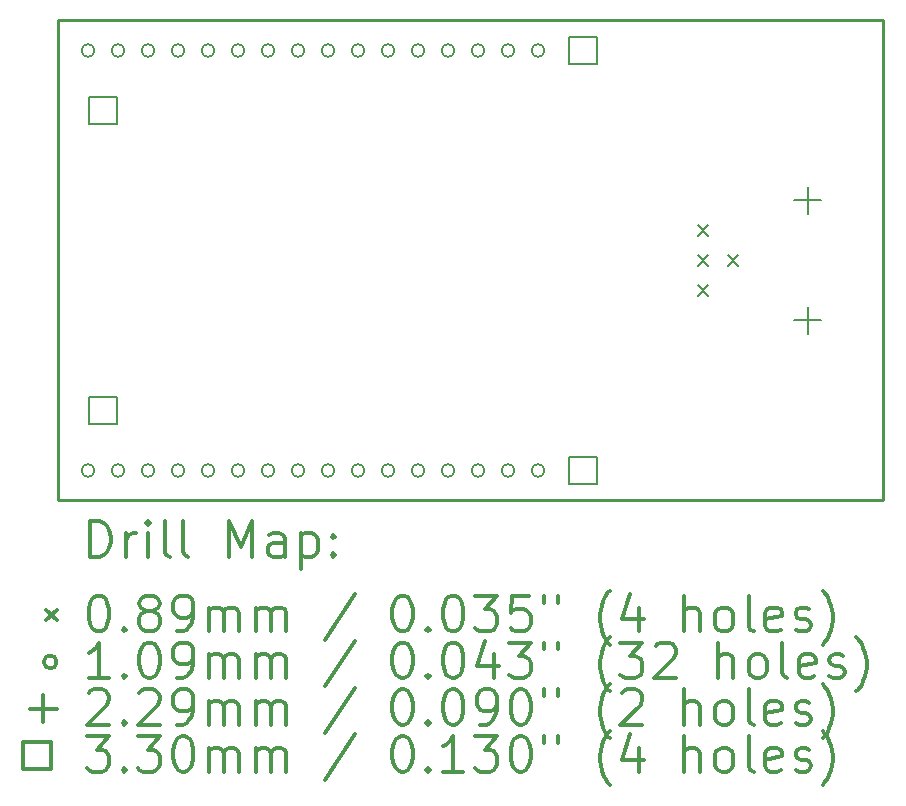
<source format=gbr>
%FSLAX45Y45*%
G04 Gerber Fmt 4.5, Leading zero omitted, Abs format (unit mm)*
G04 Created by KiCad (PCBNEW 5.1.7-a382d34a8~87~ubuntu20.04.1) date 2020-10-29 11:39:46*
%MOMM*%
%LPD*%
G01*
G04 APERTURE LIST*
%TA.AperFunction,Profile*%
%ADD10C,0.228600*%
%TD*%
%ADD11C,0.200000*%
%ADD12C,0.300000*%
G04 APERTURE END LIST*
D10*
X15557500Y-6858000D02*
X8572500Y-6858000D01*
X15557500Y-10922000D02*
X15557500Y-6858000D01*
X8572500Y-10922000D02*
X15557500Y-10922000D01*
X8572500Y-6858000D02*
X8572500Y-10922000D01*
D11*
X13989050Y-8591550D02*
X14077950Y-8680450D01*
X14077950Y-8591550D02*
X13989050Y-8680450D01*
X13989050Y-8845550D02*
X14077950Y-8934450D01*
X14077950Y-8845550D02*
X13989050Y-8934450D01*
X13989050Y-9099550D02*
X14077950Y-9188450D01*
X14077950Y-9099550D02*
X13989050Y-9188450D01*
X14243050Y-8845550D02*
X14331950Y-8934450D01*
X14331950Y-8845550D02*
X14243050Y-8934450D01*
X8881110Y-7112000D02*
G75*
G03*
X8881110Y-7112000I-54610J0D01*
G01*
X8881110Y-10668000D02*
G75*
G03*
X8881110Y-10668000I-54610J0D01*
G01*
X9135110Y-7112000D02*
G75*
G03*
X9135110Y-7112000I-54610J0D01*
G01*
X9135110Y-10668000D02*
G75*
G03*
X9135110Y-10668000I-54610J0D01*
G01*
X9389110Y-7112000D02*
G75*
G03*
X9389110Y-7112000I-54610J0D01*
G01*
X9389110Y-10668000D02*
G75*
G03*
X9389110Y-10668000I-54610J0D01*
G01*
X9643110Y-7112000D02*
G75*
G03*
X9643110Y-7112000I-54610J0D01*
G01*
X9643110Y-10668000D02*
G75*
G03*
X9643110Y-10668000I-54610J0D01*
G01*
X9897110Y-7112000D02*
G75*
G03*
X9897110Y-7112000I-54610J0D01*
G01*
X9897110Y-10668000D02*
G75*
G03*
X9897110Y-10668000I-54610J0D01*
G01*
X10151110Y-7112000D02*
G75*
G03*
X10151110Y-7112000I-54610J0D01*
G01*
X10151110Y-10668000D02*
G75*
G03*
X10151110Y-10668000I-54610J0D01*
G01*
X10405110Y-7112000D02*
G75*
G03*
X10405110Y-7112000I-54610J0D01*
G01*
X10405110Y-10668000D02*
G75*
G03*
X10405110Y-10668000I-54610J0D01*
G01*
X10659110Y-7112000D02*
G75*
G03*
X10659110Y-7112000I-54610J0D01*
G01*
X10659110Y-10668000D02*
G75*
G03*
X10659110Y-10668000I-54610J0D01*
G01*
X10913110Y-7112000D02*
G75*
G03*
X10913110Y-7112000I-54610J0D01*
G01*
X10913110Y-10668000D02*
G75*
G03*
X10913110Y-10668000I-54610J0D01*
G01*
X11167110Y-7112000D02*
G75*
G03*
X11167110Y-7112000I-54610J0D01*
G01*
X11167110Y-10668000D02*
G75*
G03*
X11167110Y-10668000I-54610J0D01*
G01*
X11421110Y-7112000D02*
G75*
G03*
X11421110Y-7112000I-54610J0D01*
G01*
X11421110Y-10668000D02*
G75*
G03*
X11421110Y-10668000I-54610J0D01*
G01*
X11675110Y-7112000D02*
G75*
G03*
X11675110Y-7112000I-54610J0D01*
G01*
X11675110Y-10668000D02*
G75*
G03*
X11675110Y-10668000I-54610J0D01*
G01*
X11929110Y-7112000D02*
G75*
G03*
X11929110Y-7112000I-54610J0D01*
G01*
X11929110Y-10668000D02*
G75*
G03*
X11929110Y-10668000I-54610J0D01*
G01*
X12183110Y-7112000D02*
G75*
G03*
X12183110Y-7112000I-54610J0D01*
G01*
X12183110Y-10668000D02*
G75*
G03*
X12183110Y-10668000I-54610J0D01*
G01*
X12437110Y-7112000D02*
G75*
G03*
X12437110Y-7112000I-54610J0D01*
G01*
X12437110Y-10668000D02*
G75*
G03*
X12437110Y-10668000I-54610J0D01*
G01*
X12691110Y-7112000D02*
G75*
G03*
X12691110Y-7112000I-54610J0D01*
G01*
X12691110Y-10668000D02*
G75*
G03*
X12691110Y-10668000I-54610J0D01*
G01*
X14922500Y-8267700D02*
X14922500Y-8496300D01*
X14808200Y-8382000D02*
X15036800Y-8382000D01*
X14922500Y-9283700D02*
X14922500Y-9512300D01*
X14808200Y-9398000D02*
X15036800Y-9398000D01*
X9070244Y-7736744D02*
X9070244Y-7503256D01*
X8836756Y-7503256D01*
X8836756Y-7736744D01*
X9070244Y-7736744D01*
X9070244Y-10276744D02*
X9070244Y-10043256D01*
X8836756Y-10043256D01*
X8836756Y-10276744D01*
X9070244Y-10276744D01*
X13134244Y-7228744D02*
X13134244Y-6995256D01*
X12900756Y-6995256D01*
X12900756Y-7228744D01*
X13134244Y-7228744D01*
X13134244Y-10784744D02*
X13134244Y-10551256D01*
X12900756Y-10551256D01*
X12900756Y-10784744D01*
X13134244Y-10784744D01*
D12*
X8847498Y-11399144D02*
X8847498Y-11099144D01*
X8918927Y-11099144D01*
X8961784Y-11113430D01*
X8990356Y-11142002D01*
X9004641Y-11170573D01*
X9018927Y-11227716D01*
X9018927Y-11270573D01*
X9004641Y-11327716D01*
X8990356Y-11356287D01*
X8961784Y-11384859D01*
X8918927Y-11399144D01*
X8847498Y-11399144D01*
X9147498Y-11399144D02*
X9147498Y-11199144D01*
X9147498Y-11256287D02*
X9161784Y-11227716D01*
X9176070Y-11213430D01*
X9204641Y-11199144D01*
X9233213Y-11199144D01*
X9333213Y-11399144D02*
X9333213Y-11199144D01*
X9333213Y-11099144D02*
X9318927Y-11113430D01*
X9333213Y-11127716D01*
X9347498Y-11113430D01*
X9333213Y-11099144D01*
X9333213Y-11127716D01*
X9518927Y-11399144D02*
X9490356Y-11384859D01*
X9476070Y-11356287D01*
X9476070Y-11099144D01*
X9676070Y-11399144D02*
X9647498Y-11384859D01*
X9633213Y-11356287D01*
X9633213Y-11099144D01*
X10018927Y-11399144D02*
X10018927Y-11099144D01*
X10118927Y-11313430D01*
X10218927Y-11099144D01*
X10218927Y-11399144D01*
X10490356Y-11399144D02*
X10490356Y-11242001D01*
X10476070Y-11213430D01*
X10447498Y-11199144D01*
X10390356Y-11199144D01*
X10361784Y-11213430D01*
X10490356Y-11384859D02*
X10461784Y-11399144D01*
X10390356Y-11399144D01*
X10361784Y-11384859D01*
X10347498Y-11356287D01*
X10347498Y-11327716D01*
X10361784Y-11299144D01*
X10390356Y-11284859D01*
X10461784Y-11284859D01*
X10490356Y-11270573D01*
X10633213Y-11199144D02*
X10633213Y-11499144D01*
X10633213Y-11213430D02*
X10661784Y-11199144D01*
X10718927Y-11199144D01*
X10747498Y-11213430D01*
X10761784Y-11227716D01*
X10776070Y-11256287D01*
X10776070Y-11342001D01*
X10761784Y-11370573D01*
X10747498Y-11384859D01*
X10718927Y-11399144D01*
X10661784Y-11399144D01*
X10633213Y-11384859D01*
X10904641Y-11370573D02*
X10918927Y-11384859D01*
X10904641Y-11399144D01*
X10890356Y-11384859D01*
X10904641Y-11370573D01*
X10904641Y-11399144D01*
X10904641Y-11213430D02*
X10918927Y-11227716D01*
X10904641Y-11242001D01*
X10890356Y-11227716D01*
X10904641Y-11213430D01*
X10904641Y-11242001D01*
X8472170Y-11848980D02*
X8561070Y-11937880D01*
X8561070Y-11848980D02*
X8472170Y-11937880D01*
X8904641Y-11729144D02*
X8933213Y-11729144D01*
X8961784Y-11743430D01*
X8976070Y-11757716D01*
X8990356Y-11786287D01*
X9004641Y-11843430D01*
X9004641Y-11914859D01*
X8990356Y-11972001D01*
X8976070Y-12000573D01*
X8961784Y-12014859D01*
X8933213Y-12029144D01*
X8904641Y-12029144D01*
X8876070Y-12014859D01*
X8861784Y-12000573D01*
X8847498Y-11972001D01*
X8833213Y-11914859D01*
X8833213Y-11843430D01*
X8847498Y-11786287D01*
X8861784Y-11757716D01*
X8876070Y-11743430D01*
X8904641Y-11729144D01*
X9133213Y-12000573D02*
X9147498Y-12014859D01*
X9133213Y-12029144D01*
X9118927Y-12014859D01*
X9133213Y-12000573D01*
X9133213Y-12029144D01*
X9318927Y-11857716D02*
X9290356Y-11843430D01*
X9276070Y-11829144D01*
X9261784Y-11800573D01*
X9261784Y-11786287D01*
X9276070Y-11757716D01*
X9290356Y-11743430D01*
X9318927Y-11729144D01*
X9376070Y-11729144D01*
X9404641Y-11743430D01*
X9418927Y-11757716D01*
X9433213Y-11786287D01*
X9433213Y-11800573D01*
X9418927Y-11829144D01*
X9404641Y-11843430D01*
X9376070Y-11857716D01*
X9318927Y-11857716D01*
X9290356Y-11872001D01*
X9276070Y-11886287D01*
X9261784Y-11914859D01*
X9261784Y-11972001D01*
X9276070Y-12000573D01*
X9290356Y-12014859D01*
X9318927Y-12029144D01*
X9376070Y-12029144D01*
X9404641Y-12014859D01*
X9418927Y-12000573D01*
X9433213Y-11972001D01*
X9433213Y-11914859D01*
X9418927Y-11886287D01*
X9404641Y-11872001D01*
X9376070Y-11857716D01*
X9576070Y-12029144D02*
X9633213Y-12029144D01*
X9661784Y-12014859D01*
X9676070Y-12000573D01*
X9704641Y-11957716D01*
X9718927Y-11900573D01*
X9718927Y-11786287D01*
X9704641Y-11757716D01*
X9690356Y-11743430D01*
X9661784Y-11729144D01*
X9604641Y-11729144D01*
X9576070Y-11743430D01*
X9561784Y-11757716D01*
X9547498Y-11786287D01*
X9547498Y-11857716D01*
X9561784Y-11886287D01*
X9576070Y-11900573D01*
X9604641Y-11914859D01*
X9661784Y-11914859D01*
X9690356Y-11900573D01*
X9704641Y-11886287D01*
X9718927Y-11857716D01*
X9847498Y-12029144D02*
X9847498Y-11829144D01*
X9847498Y-11857716D02*
X9861784Y-11843430D01*
X9890356Y-11829144D01*
X9933213Y-11829144D01*
X9961784Y-11843430D01*
X9976070Y-11872001D01*
X9976070Y-12029144D01*
X9976070Y-11872001D02*
X9990356Y-11843430D01*
X10018927Y-11829144D01*
X10061784Y-11829144D01*
X10090356Y-11843430D01*
X10104641Y-11872001D01*
X10104641Y-12029144D01*
X10247498Y-12029144D02*
X10247498Y-11829144D01*
X10247498Y-11857716D02*
X10261784Y-11843430D01*
X10290356Y-11829144D01*
X10333213Y-11829144D01*
X10361784Y-11843430D01*
X10376070Y-11872001D01*
X10376070Y-12029144D01*
X10376070Y-11872001D02*
X10390356Y-11843430D01*
X10418927Y-11829144D01*
X10461784Y-11829144D01*
X10490356Y-11843430D01*
X10504641Y-11872001D01*
X10504641Y-12029144D01*
X11090356Y-11714859D02*
X10833213Y-12100573D01*
X11476070Y-11729144D02*
X11504641Y-11729144D01*
X11533213Y-11743430D01*
X11547498Y-11757716D01*
X11561784Y-11786287D01*
X11576070Y-11843430D01*
X11576070Y-11914859D01*
X11561784Y-11972001D01*
X11547498Y-12000573D01*
X11533213Y-12014859D01*
X11504641Y-12029144D01*
X11476070Y-12029144D01*
X11447498Y-12014859D01*
X11433213Y-12000573D01*
X11418927Y-11972001D01*
X11404641Y-11914859D01*
X11404641Y-11843430D01*
X11418927Y-11786287D01*
X11433213Y-11757716D01*
X11447498Y-11743430D01*
X11476070Y-11729144D01*
X11704641Y-12000573D02*
X11718927Y-12014859D01*
X11704641Y-12029144D01*
X11690356Y-12014859D01*
X11704641Y-12000573D01*
X11704641Y-12029144D01*
X11904641Y-11729144D02*
X11933213Y-11729144D01*
X11961784Y-11743430D01*
X11976070Y-11757716D01*
X11990356Y-11786287D01*
X12004641Y-11843430D01*
X12004641Y-11914859D01*
X11990356Y-11972001D01*
X11976070Y-12000573D01*
X11961784Y-12014859D01*
X11933213Y-12029144D01*
X11904641Y-12029144D01*
X11876070Y-12014859D01*
X11861784Y-12000573D01*
X11847498Y-11972001D01*
X11833213Y-11914859D01*
X11833213Y-11843430D01*
X11847498Y-11786287D01*
X11861784Y-11757716D01*
X11876070Y-11743430D01*
X11904641Y-11729144D01*
X12104641Y-11729144D02*
X12290356Y-11729144D01*
X12190356Y-11843430D01*
X12233213Y-11843430D01*
X12261784Y-11857716D01*
X12276070Y-11872001D01*
X12290356Y-11900573D01*
X12290356Y-11972001D01*
X12276070Y-12000573D01*
X12261784Y-12014859D01*
X12233213Y-12029144D01*
X12147498Y-12029144D01*
X12118927Y-12014859D01*
X12104641Y-12000573D01*
X12561784Y-11729144D02*
X12418927Y-11729144D01*
X12404641Y-11872001D01*
X12418927Y-11857716D01*
X12447498Y-11843430D01*
X12518927Y-11843430D01*
X12547498Y-11857716D01*
X12561784Y-11872001D01*
X12576070Y-11900573D01*
X12576070Y-11972001D01*
X12561784Y-12000573D01*
X12547498Y-12014859D01*
X12518927Y-12029144D01*
X12447498Y-12029144D01*
X12418927Y-12014859D01*
X12404641Y-12000573D01*
X12690356Y-11729144D02*
X12690356Y-11786287D01*
X12804641Y-11729144D02*
X12804641Y-11786287D01*
X13247498Y-12143430D02*
X13233213Y-12129144D01*
X13204641Y-12086287D01*
X13190356Y-12057716D01*
X13176070Y-12014859D01*
X13161784Y-11943430D01*
X13161784Y-11886287D01*
X13176070Y-11814859D01*
X13190356Y-11772001D01*
X13204641Y-11743430D01*
X13233213Y-11700573D01*
X13247498Y-11686287D01*
X13490356Y-11829144D02*
X13490356Y-12029144D01*
X13418927Y-11714859D02*
X13347498Y-11929144D01*
X13533213Y-11929144D01*
X13876070Y-12029144D02*
X13876070Y-11729144D01*
X14004641Y-12029144D02*
X14004641Y-11872001D01*
X13990356Y-11843430D01*
X13961784Y-11829144D01*
X13918927Y-11829144D01*
X13890356Y-11843430D01*
X13876070Y-11857716D01*
X14190356Y-12029144D02*
X14161784Y-12014859D01*
X14147498Y-12000573D01*
X14133213Y-11972001D01*
X14133213Y-11886287D01*
X14147498Y-11857716D01*
X14161784Y-11843430D01*
X14190356Y-11829144D01*
X14233213Y-11829144D01*
X14261784Y-11843430D01*
X14276070Y-11857716D01*
X14290356Y-11886287D01*
X14290356Y-11972001D01*
X14276070Y-12000573D01*
X14261784Y-12014859D01*
X14233213Y-12029144D01*
X14190356Y-12029144D01*
X14461784Y-12029144D02*
X14433213Y-12014859D01*
X14418927Y-11986287D01*
X14418927Y-11729144D01*
X14690356Y-12014859D02*
X14661784Y-12029144D01*
X14604641Y-12029144D01*
X14576070Y-12014859D01*
X14561784Y-11986287D01*
X14561784Y-11872001D01*
X14576070Y-11843430D01*
X14604641Y-11829144D01*
X14661784Y-11829144D01*
X14690356Y-11843430D01*
X14704641Y-11872001D01*
X14704641Y-11900573D01*
X14561784Y-11929144D01*
X14818927Y-12014859D02*
X14847498Y-12029144D01*
X14904641Y-12029144D01*
X14933213Y-12014859D01*
X14947498Y-11986287D01*
X14947498Y-11972001D01*
X14933213Y-11943430D01*
X14904641Y-11929144D01*
X14861784Y-11929144D01*
X14833213Y-11914859D01*
X14818927Y-11886287D01*
X14818927Y-11872001D01*
X14833213Y-11843430D01*
X14861784Y-11829144D01*
X14904641Y-11829144D01*
X14933213Y-11843430D01*
X15047498Y-12143430D02*
X15061784Y-12129144D01*
X15090356Y-12086287D01*
X15104641Y-12057716D01*
X15118927Y-12014859D01*
X15133213Y-11943430D01*
X15133213Y-11886287D01*
X15118927Y-11814859D01*
X15104641Y-11772001D01*
X15090356Y-11743430D01*
X15061784Y-11700573D01*
X15047498Y-11686287D01*
X8561070Y-12289430D02*
G75*
G03*
X8561070Y-12289430I-54610J0D01*
G01*
X9004641Y-12425144D02*
X8833213Y-12425144D01*
X8918927Y-12425144D02*
X8918927Y-12125144D01*
X8890356Y-12168001D01*
X8861784Y-12196573D01*
X8833213Y-12210859D01*
X9133213Y-12396573D02*
X9147498Y-12410859D01*
X9133213Y-12425144D01*
X9118927Y-12410859D01*
X9133213Y-12396573D01*
X9133213Y-12425144D01*
X9333213Y-12125144D02*
X9361784Y-12125144D01*
X9390356Y-12139430D01*
X9404641Y-12153716D01*
X9418927Y-12182287D01*
X9433213Y-12239430D01*
X9433213Y-12310859D01*
X9418927Y-12368001D01*
X9404641Y-12396573D01*
X9390356Y-12410859D01*
X9361784Y-12425144D01*
X9333213Y-12425144D01*
X9304641Y-12410859D01*
X9290356Y-12396573D01*
X9276070Y-12368001D01*
X9261784Y-12310859D01*
X9261784Y-12239430D01*
X9276070Y-12182287D01*
X9290356Y-12153716D01*
X9304641Y-12139430D01*
X9333213Y-12125144D01*
X9576070Y-12425144D02*
X9633213Y-12425144D01*
X9661784Y-12410859D01*
X9676070Y-12396573D01*
X9704641Y-12353716D01*
X9718927Y-12296573D01*
X9718927Y-12182287D01*
X9704641Y-12153716D01*
X9690356Y-12139430D01*
X9661784Y-12125144D01*
X9604641Y-12125144D01*
X9576070Y-12139430D01*
X9561784Y-12153716D01*
X9547498Y-12182287D01*
X9547498Y-12253716D01*
X9561784Y-12282287D01*
X9576070Y-12296573D01*
X9604641Y-12310859D01*
X9661784Y-12310859D01*
X9690356Y-12296573D01*
X9704641Y-12282287D01*
X9718927Y-12253716D01*
X9847498Y-12425144D02*
X9847498Y-12225144D01*
X9847498Y-12253716D02*
X9861784Y-12239430D01*
X9890356Y-12225144D01*
X9933213Y-12225144D01*
X9961784Y-12239430D01*
X9976070Y-12268001D01*
X9976070Y-12425144D01*
X9976070Y-12268001D02*
X9990356Y-12239430D01*
X10018927Y-12225144D01*
X10061784Y-12225144D01*
X10090356Y-12239430D01*
X10104641Y-12268001D01*
X10104641Y-12425144D01*
X10247498Y-12425144D02*
X10247498Y-12225144D01*
X10247498Y-12253716D02*
X10261784Y-12239430D01*
X10290356Y-12225144D01*
X10333213Y-12225144D01*
X10361784Y-12239430D01*
X10376070Y-12268001D01*
X10376070Y-12425144D01*
X10376070Y-12268001D02*
X10390356Y-12239430D01*
X10418927Y-12225144D01*
X10461784Y-12225144D01*
X10490356Y-12239430D01*
X10504641Y-12268001D01*
X10504641Y-12425144D01*
X11090356Y-12110859D02*
X10833213Y-12496573D01*
X11476070Y-12125144D02*
X11504641Y-12125144D01*
X11533213Y-12139430D01*
X11547498Y-12153716D01*
X11561784Y-12182287D01*
X11576070Y-12239430D01*
X11576070Y-12310859D01*
X11561784Y-12368001D01*
X11547498Y-12396573D01*
X11533213Y-12410859D01*
X11504641Y-12425144D01*
X11476070Y-12425144D01*
X11447498Y-12410859D01*
X11433213Y-12396573D01*
X11418927Y-12368001D01*
X11404641Y-12310859D01*
X11404641Y-12239430D01*
X11418927Y-12182287D01*
X11433213Y-12153716D01*
X11447498Y-12139430D01*
X11476070Y-12125144D01*
X11704641Y-12396573D02*
X11718927Y-12410859D01*
X11704641Y-12425144D01*
X11690356Y-12410859D01*
X11704641Y-12396573D01*
X11704641Y-12425144D01*
X11904641Y-12125144D02*
X11933213Y-12125144D01*
X11961784Y-12139430D01*
X11976070Y-12153716D01*
X11990356Y-12182287D01*
X12004641Y-12239430D01*
X12004641Y-12310859D01*
X11990356Y-12368001D01*
X11976070Y-12396573D01*
X11961784Y-12410859D01*
X11933213Y-12425144D01*
X11904641Y-12425144D01*
X11876070Y-12410859D01*
X11861784Y-12396573D01*
X11847498Y-12368001D01*
X11833213Y-12310859D01*
X11833213Y-12239430D01*
X11847498Y-12182287D01*
X11861784Y-12153716D01*
X11876070Y-12139430D01*
X11904641Y-12125144D01*
X12261784Y-12225144D02*
X12261784Y-12425144D01*
X12190356Y-12110859D02*
X12118927Y-12325144D01*
X12304641Y-12325144D01*
X12390356Y-12125144D02*
X12576070Y-12125144D01*
X12476070Y-12239430D01*
X12518927Y-12239430D01*
X12547498Y-12253716D01*
X12561784Y-12268001D01*
X12576070Y-12296573D01*
X12576070Y-12368001D01*
X12561784Y-12396573D01*
X12547498Y-12410859D01*
X12518927Y-12425144D01*
X12433213Y-12425144D01*
X12404641Y-12410859D01*
X12390356Y-12396573D01*
X12690356Y-12125144D02*
X12690356Y-12182287D01*
X12804641Y-12125144D02*
X12804641Y-12182287D01*
X13247498Y-12539430D02*
X13233213Y-12525144D01*
X13204641Y-12482287D01*
X13190356Y-12453716D01*
X13176070Y-12410859D01*
X13161784Y-12339430D01*
X13161784Y-12282287D01*
X13176070Y-12210859D01*
X13190356Y-12168001D01*
X13204641Y-12139430D01*
X13233213Y-12096573D01*
X13247498Y-12082287D01*
X13333213Y-12125144D02*
X13518927Y-12125144D01*
X13418927Y-12239430D01*
X13461784Y-12239430D01*
X13490356Y-12253716D01*
X13504641Y-12268001D01*
X13518927Y-12296573D01*
X13518927Y-12368001D01*
X13504641Y-12396573D01*
X13490356Y-12410859D01*
X13461784Y-12425144D01*
X13376070Y-12425144D01*
X13347498Y-12410859D01*
X13333213Y-12396573D01*
X13633213Y-12153716D02*
X13647498Y-12139430D01*
X13676070Y-12125144D01*
X13747498Y-12125144D01*
X13776070Y-12139430D01*
X13790356Y-12153716D01*
X13804641Y-12182287D01*
X13804641Y-12210859D01*
X13790356Y-12253716D01*
X13618927Y-12425144D01*
X13804641Y-12425144D01*
X14161784Y-12425144D02*
X14161784Y-12125144D01*
X14290356Y-12425144D02*
X14290356Y-12268001D01*
X14276070Y-12239430D01*
X14247498Y-12225144D01*
X14204641Y-12225144D01*
X14176070Y-12239430D01*
X14161784Y-12253716D01*
X14476070Y-12425144D02*
X14447498Y-12410859D01*
X14433213Y-12396573D01*
X14418927Y-12368001D01*
X14418927Y-12282287D01*
X14433213Y-12253716D01*
X14447498Y-12239430D01*
X14476070Y-12225144D01*
X14518927Y-12225144D01*
X14547498Y-12239430D01*
X14561784Y-12253716D01*
X14576070Y-12282287D01*
X14576070Y-12368001D01*
X14561784Y-12396573D01*
X14547498Y-12410859D01*
X14518927Y-12425144D01*
X14476070Y-12425144D01*
X14747498Y-12425144D02*
X14718927Y-12410859D01*
X14704641Y-12382287D01*
X14704641Y-12125144D01*
X14976070Y-12410859D02*
X14947498Y-12425144D01*
X14890356Y-12425144D01*
X14861784Y-12410859D01*
X14847498Y-12382287D01*
X14847498Y-12268001D01*
X14861784Y-12239430D01*
X14890356Y-12225144D01*
X14947498Y-12225144D01*
X14976070Y-12239430D01*
X14990356Y-12268001D01*
X14990356Y-12296573D01*
X14847498Y-12325144D01*
X15104641Y-12410859D02*
X15133213Y-12425144D01*
X15190356Y-12425144D01*
X15218927Y-12410859D01*
X15233213Y-12382287D01*
X15233213Y-12368001D01*
X15218927Y-12339430D01*
X15190356Y-12325144D01*
X15147498Y-12325144D01*
X15118927Y-12310859D01*
X15104641Y-12282287D01*
X15104641Y-12268001D01*
X15118927Y-12239430D01*
X15147498Y-12225144D01*
X15190356Y-12225144D01*
X15218927Y-12239430D01*
X15333213Y-12539430D02*
X15347498Y-12525144D01*
X15376070Y-12482287D01*
X15390356Y-12453716D01*
X15404641Y-12410859D01*
X15418927Y-12339430D01*
X15418927Y-12282287D01*
X15404641Y-12210859D01*
X15390356Y-12168001D01*
X15376070Y-12139430D01*
X15347498Y-12096573D01*
X15333213Y-12082287D01*
X8446770Y-12571130D02*
X8446770Y-12799730D01*
X8332470Y-12685430D02*
X8561070Y-12685430D01*
X8833213Y-12549716D02*
X8847498Y-12535430D01*
X8876070Y-12521144D01*
X8947498Y-12521144D01*
X8976070Y-12535430D01*
X8990356Y-12549716D01*
X9004641Y-12578287D01*
X9004641Y-12606859D01*
X8990356Y-12649716D01*
X8818927Y-12821144D01*
X9004641Y-12821144D01*
X9133213Y-12792573D02*
X9147498Y-12806859D01*
X9133213Y-12821144D01*
X9118927Y-12806859D01*
X9133213Y-12792573D01*
X9133213Y-12821144D01*
X9261784Y-12549716D02*
X9276070Y-12535430D01*
X9304641Y-12521144D01*
X9376070Y-12521144D01*
X9404641Y-12535430D01*
X9418927Y-12549716D01*
X9433213Y-12578287D01*
X9433213Y-12606859D01*
X9418927Y-12649716D01*
X9247498Y-12821144D01*
X9433213Y-12821144D01*
X9576070Y-12821144D02*
X9633213Y-12821144D01*
X9661784Y-12806859D01*
X9676070Y-12792573D01*
X9704641Y-12749716D01*
X9718927Y-12692573D01*
X9718927Y-12578287D01*
X9704641Y-12549716D01*
X9690356Y-12535430D01*
X9661784Y-12521144D01*
X9604641Y-12521144D01*
X9576070Y-12535430D01*
X9561784Y-12549716D01*
X9547498Y-12578287D01*
X9547498Y-12649716D01*
X9561784Y-12678287D01*
X9576070Y-12692573D01*
X9604641Y-12706859D01*
X9661784Y-12706859D01*
X9690356Y-12692573D01*
X9704641Y-12678287D01*
X9718927Y-12649716D01*
X9847498Y-12821144D02*
X9847498Y-12621144D01*
X9847498Y-12649716D02*
X9861784Y-12635430D01*
X9890356Y-12621144D01*
X9933213Y-12621144D01*
X9961784Y-12635430D01*
X9976070Y-12664001D01*
X9976070Y-12821144D01*
X9976070Y-12664001D02*
X9990356Y-12635430D01*
X10018927Y-12621144D01*
X10061784Y-12621144D01*
X10090356Y-12635430D01*
X10104641Y-12664001D01*
X10104641Y-12821144D01*
X10247498Y-12821144D02*
X10247498Y-12621144D01*
X10247498Y-12649716D02*
X10261784Y-12635430D01*
X10290356Y-12621144D01*
X10333213Y-12621144D01*
X10361784Y-12635430D01*
X10376070Y-12664001D01*
X10376070Y-12821144D01*
X10376070Y-12664001D02*
X10390356Y-12635430D01*
X10418927Y-12621144D01*
X10461784Y-12621144D01*
X10490356Y-12635430D01*
X10504641Y-12664001D01*
X10504641Y-12821144D01*
X11090356Y-12506859D02*
X10833213Y-12892573D01*
X11476070Y-12521144D02*
X11504641Y-12521144D01*
X11533213Y-12535430D01*
X11547498Y-12549716D01*
X11561784Y-12578287D01*
X11576070Y-12635430D01*
X11576070Y-12706859D01*
X11561784Y-12764001D01*
X11547498Y-12792573D01*
X11533213Y-12806859D01*
X11504641Y-12821144D01*
X11476070Y-12821144D01*
X11447498Y-12806859D01*
X11433213Y-12792573D01*
X11418927Y-12764001D01*
X11404641Y-12706859D01*
X11404641Y-12635430D01*
X11418927Y-12578287D01*
X11433213Y-12549716D01*
X11447498Y-12535430D01*
X11476070Y-12521144D01*
X11704641Y-12792573D02*
X11718927Y-12806859D01*
X11704641Y-12821144D01*
X11690356Y-12806859D01*
X11704641Y-12792573D01*
X11704641Y-12821144D01*
X11904641Y-12521144D02*
X11933213Y-12521144D01*
X11961784Y-12535430D01*
X11976070Y-12549716D01*
X11990356Y-12578287D01*
X12004641Y-12635430D01*
X12004641Y-12706859D01*
X11990356Y-12764001D01*
X11976070Y-12792573D01*
X11961784Y-12806859D01*
X11933213Y-12821144D01*
X11904641Y-12821144D01*
X11876070Y-12806859D01*
X11861784Y-12792573D01*
X11847498Y-12764001D01*
X11833213Y-12706859D01*
X11833213Y-12635430D01*
X11847498Y-12578287D01*
X11861784Y-12549716D01*
X11876070Y-12535430D01*
X11904641Y-12521144D01*
X12147498Y-12821144D02*
X12204641Y-12821144D01*
X12233213Y-12806859D01*
X12247498Y-12792573D01*
X12276070Y-12749716D01*
X12290356Y-12692573D01*
X12290356Y-12578287D01*
X12276070Y-12549716D01*
X12261784Y-12535430D01*
X12233213Y-12521144D01*
X12176070Y-12521144D01*
X12147498Y-12535430D01*
X12133213Y-12549716D01*
X12118927Y-12578287D01*
X12118927Y-12649716D01*
X12133213Y-12678287D01*
X12147498Y-12692573D01*
X12176070Y-12706859D01*
X12233213Y-12706859D01*
X12261784Y-12692573D01*
X12276070Y-12678287D01*
X12290356Y-12649716D01*
X12476070Y-12521144D02*
X12504641Y-12521144D01*
X12533213Y-12535430D01*
X12547498Y-12549716D01*
X12561784Y-12578287D01*
X12576070Y-12635430D01*
X12576070Y-12706859D01*
X12561784Y-12764001D01*
X12547498Y-12792573D01*
X12533213Y-12806859D01*
X12504641Y-12821144D01*
X12476070Y-12821144D01*
X12447498Y-12806859D01*
X12433213Y-12792573D01*
X12418927Y-12764001D01*
X12404641Y-12706859D01*
X12404641Y-12635430D01*
X12418927Y-12578287D01*
X12433213Y-12549716D01*
X12447498Y-12535430D01*
X12476070Y-12521144D01*
X12690356Y-12521144D02*
X12690356Y-12578287D01*
X12804641Y-12521144D02*
X12804641Y-12578287D01*
X13247498Y-12935430D02*
X13233213Y-12921144D01*
X13204641Y-12878287D01*
X13190356Y-12849716D01*
X13176070Y-12806859D01*
X13161784Y-12735430D01*
X13161784Y-12678287D01*
X13176070Y-12606859D01*
X13190356Y-12564001D01*
X13204641Y-12535430D01*
X13233213Y-12492573D01*
X13247498Y-12478287D01*
X13347498Y-12549716D02*
X13361784Y-12535430D01*
X13390356Y-12521144D01*
X13461784Y-12521144D01*
X13490356Y-12535430D01*
X13504641Y-12549716D01*
X13518927Y-12578287D01*
X13518927Y-12606859D01*
X13504641Y-12649716D01*
X13333213Y-12821144D01*
X13518927Y-12821144D01*
X13876070Y-12821144D02*
X13876070Y-12521144D01*
X14004641Y-12821144D02*
X14004641Y-12664001D01*
X13990356Y-12635430D01*
X13961784Y-12621144D01*
X13918927Y-12621144D01*
X13890356Y-12635430D01*
X13876070Y-12649716D01*
X14190356Y-12821144D02*
X14161784Y-12806859D01*
X14147498Y-12792573D01*
X14133213Y-12764001D01*
X14133213Y-12678287D01*
X14147498Y-12649716D01*
X14161784Y-12635430D01*
X14190356Y-12621144D01*
X14233213Y-12621144D01*
X14261784Y-12635430D01*
X14276070Y-12649716D01*
X14290356Y-12678287D01*
X14290356Y-12764001D01*
X14276070Y-12792573D01*
X14261784Y-12806859D01*
X14233213Y-12821144D01*
X14190356Y-12821144D01*
X14461784Y-12821144D02*
X14433213Y-12806859D01*
X14418927Y-12778287D01*
X14418927Y-12521144D01*
X14690356Y-12806859D02*
X14661784Y-12821144D01*
X14604641Y-12821144D01*
X14576070Y-12806859D01*
X14561784Y-12778287D01*
X14561784Y-12664001D01*
X14576070Y-12635430D01*
X14604641Y-12621144D01*
X14661784Y-12621144D01*
X14690356Y-12635430D01*
X14704641Y-12664001D01*
X14704641Y-12692573D01*
X14561784Y-12721144D01*
X14818927Y-12806859D02*
X14847498Y-12821144D01*
X14904641Y-12821144D01*
X14933213Y-12806859D01*
X14947498Y-12778287D01*
X14947498Y-12764001D01*
X14933213Y-12735430D01*
X14904641Y-12721144D01*
X14861784Y-12721144D01*
X14833213Y-12706859D01*
X14818927Y-12678287D01*
X14818927Y-12664001D01*
X14833213Y-12635430D01*
X14861784Y-12621144D01*
X14904641Y-12621144D01*
X14933213Y-12635430D01*
X15047498Y-12935430D02*
X15061784Y-12921144D01*
X15090356Y-12878287D01*
X15104641Y-12849716D01*
X15118927Y-12806859D01*
X15133213Y-12735430D01*
X15133213Y-12678287D01*
X15118927Y-12606859D01*
X15104641Y-12564001D01*
X15090356Y-12535430D01*
X15061784Y-12492573D01*
X15047498Y-12478287D01*
X8512714Y-13198174D02*
X8512714Y-12964686D01*
X8279225Y-12964686D01*
X8279225Y-13198174D01*
X8512714Y-13198174D01*
X8818927Y-12917144D02*
X9004641Y-12917144D01*
X8904641Y-13031430D01*
X8947498Y-13031430D01*
X8976070Y-13045716D01*
X8990356Y-13060001D01*
X9004641Y-13088573D01*
X9004641Y-13160001D01*
X8990356Y-13188573D01*
X8976070Y-13202859D01*
X8947498Y-13217144D01*
X8861784Y-13217144D01*
X8833213Y-13202859D01*
X8818927Y-13188573D01*
X9133213Y-13188573D02*
X9147498Y-13202859D01*
X9133213Y-13217144D01*
X9118927Y-13202859D01*
X9133213Y-13188573D01*
X9133213Y-13217144D01*
X9247498Y-12917144D02*
X9433213Y-12917144D01*
X9333213Y-13031430D01*
X9376070Y-13031430D01*
X9404641Y-13045716D01*
X9418927Y-13060001D01*
X9433213Y-13088573D01*
X9433213Y-13160001D01*
X9418927Y-13188573D01*
X9404641Y-13202859D01*
X9376070Y-13217144D01*
X9290356Y-13217144D01*
X9261784Y-13202859D01*
X9247498Y-13188573D01*
X9618927Y-12917144D02*
X9647498Y-12917144D01*
X9676070Y-12931430D01*
X9690356Y-12945716D01*
X9704641Y-12974287D01*
X9718927Y-13031430D01*
X9718927Y-13102859D01*
X9704641Y-13160001D01*
X9690356Y-13188573D01*
X9676070Y-13202859D01*
X9647498Y-13217144D01*
X9618927Y-13217144D01*
X9590356Y-13202859D01*
X9576070Y-13188573D01*
X9561784Y-13160001D01*
X9547498Y-13102859D01*
X9547498Y-13031430D01*
X9561784Y-12974287D01*
X9576070Y-12945716D01*
X9590356Y-12931430D01*
X9618927Y-12917144D01*
X9847498Y-13217144D02*
X9847498Y-13017144D01*
X9847498Y-13045716D02*
X9861784Y-13031430D01*
X9890356Y-13017144D01*
X9933213Y-13017144D01*
X9961784Y-13031430D01*
X9976070Y-13060001D01*
X9976070Y-13217144D01*
X9976070Y-13060001D02*
X9990356Y-13031430D01*
X10018927Y-13017144D01*
X10061784Y-13017144D01*
X10090356Y-13031430D01*
X10104641Y-13060001D01*
X10104641Y-13217144D01*
X10247498Y-13217144D02*
X10247498Y-13017144D01*
X10247498Y-13045716D02*
X10261784Y-13031430D01*
X10290356Y-13017144D01*
X10333213Y-13017144D01*
X10361784Y-13031430D01*
X10376070Y-13060001D01*
X10376070Y-13217144D01*
X10376070Y-13060001D02*
X10390356Y-13031430D01*
X10418927Y-13017144D01*
X10461784Y-13017144D01*
X10490356Y-13031430D01*
X10504641Y-13060001D01*
X10504641Y-13217144D01*
X11090356Y-12902859D02*
X10833213Y-13288573D01*
X11476070Y-12917144D02*
X11504641Y-12917144D01*
X11533213Y-12931430D01*
X11547498Y-12945716D01*
X11561784Y-12974287D01*
X11576070Y-13031430D01*
X11576070Y-13102859D01*
X11561784Y-13160001D01*
X11547498Y-13188573D01*
X11533213Y-13202859D01*
X11504641Y-13217144D01*
X11476070Y-13217144D01*
X11447498Y-13202859D01*
X11433213Y-13188573D01*
X11418927Y-13160001D01*
X11404641Y-13102859D01*
X11404641Y-13031430D01*
X11418927Y-12974287D01*
X11433213Y-12945716D01*
X11447498Y-12931430D01*
X11476070Y-12917144D01*
X11704641Y-13188573D02*
X11718927Y-13202859D01*
X11704641Y-13217144D01*
X11690356Y-13202859D01*
X11704641Y-13188573D01*
X11704641Y-13217144D01*
X12004641Y-13217144D02*
X11833213Y-13217144D01*
X11918927Y-13217144D02*
X11918927Y-12917144D01*
X11890356Y-12960001D01*
X11861784Y-12988573D01*
X11833213Y-13002859D01*
X12104641Y-12917144D02*
X12290356Y-12917144D01*
X12190356Y-13031430D01*
X12233213Y-13031430D01*
X12261784Y-13045716D01*
X12276070Y-13060001D01*
X12290356Y-13088573D01*
X12290356Y-13160001D01*
X12276070Y-13188573D01*
X12261784Y-13202859D01*
X12233213Y-13217144D01*
X12147498Y-13217144D01*
X12118927Y-13202859D01*
X12104641Y-13188573D01*
X12476070Y-12917144D02*
X12504641Y-12917144D01*
X12533213Y-12931430D01*
X12547498Y-12945716D01*
X12561784Y-12974287D01*
X12576070Y-13031430D01*
X12576070Y-13102859D01*
X12561784Y-13160001D01*
X12547498Y-13188573D01*
X12533213Y-13202859D01*
X12504641Y-13217144D01*
X12476070Y-13217144D01*
X12447498Y-13202859D01*
X12433213Y-13188573D01*
X12418927Y-13160001D01*
X12404641Y-13102859D01*
X12404641Y-13031430D01*
X12418927Y-12974287D01*
X12433213Y-12945716D01*
X12447498Y-12931430D01*
X12476070Y-12917144D01*
X12690356Y-12917144D02*
X12690356Y-12974287D01*
X12804641Y-12917144D02*
X12804641Y-12974287D01*
X13247498Y-13331430D02*
X13233213Y-13317144D01*
X13204641Y-13274287D01*
X13190356Y-13245716D01*
X13176070Y-13202859D01*
X13161784Y-13131430D01*
X13161784Y-13074287D01*
X13176070Y-13002859D01*
X13190356Y-12960001D01*
X13204641Y-12931430D01*
X13233213Y-12888573D01*
X13247498Y-12874287D01*
X13490356Y-13017144D02*
X13490356Y-13217144D01*
X13418927Y-12902859D02*
X13347498Y-13117144D01*
X13533213Y-13117144D01*
X13876070Y-13217144D02*
X13876070Y-12917144D01*
X14004641Y-13217144D02*
X14004641Y-13060001D01*
X13990356Y-13031430D01*
X13961784Y-13017144D01*
X13918927Y-13017144D01*
X13890356Y-13031430D01*
X13876070Y-13045716D01*
X14190356Y-13217144D02*
X14161784Y-13202859D01*
X14147498Y-13188573D01*
X14133213Y-13160001D01*
X14133213Y-13074287D01*
X14147498Y-13045716D01*
X14161784Y-13031430D01*
X14190356Y-13017144D01*
X14233213Y-13017144D01*
X14261784Y-13031430D01*
X14276070Y-13045716D01*
X14290356Y-13074287D01*
X14290356Y-13160001D01*
X14276070Y-13188573D01*
X14261784Y-13202859D01*
X14233213Y-13217144D01*
X14190356Y-13217144D01*
X14461784Y-13217144D02*
X14433213Y-13202859D01*
X14418927Y-13174287D01*
X14418927Y-12917144D01*
X14690356Y-13202859D02*
X14661784Y-13217144D01*
X14604641Y-13217144D01*
X14576070Y-13202859D01*
X14561784Y-13174287D01*
X14561784Y-13060001D01*
X14576070Y-13031430D01*
X14604641Y-13017144D01*
X14661784Y-13017144D01*
X14690356Y-13031430D01*
X14704641Y-13060001D01*
X14704641Y-13088573D01*
X14561784Y-13117144D01*
X14818927Y-13202859D02*
X14847498Y-13217144D01*
X14904641Y-13217144D01*
X14933213Y-13202859D01*
X14947498Y-13174287D01*
X14947498Y-13160001D01*
X14933213Y-13131430D01*
X14904641Y-13117144D01*
X14861784Y-13117144D01*
X14833213Y-13102859D01*
X14818927Y-13074287D01*
X14818927Y-13060001D01*
X14833213Y-13031430D01*
X14861784Y-13017144D01*
X14904641Y-13017144D01*
X14933213Y-13031430D01*
X15047498Y-13331430D02*
X15061784Y-13317144D01*
X15090356Y-13274287D01*
X15104641Y-13245716D01*
X15118927Y-13202859D01*
X15133213Y-13131430D01*
X15133213Y-13074287D01*
X15118927Y-13002859D01*
X15104641Y-12960001D01*
X15090356Y-12931430D01*
X15061784Y-12888573D01*
X15047498Y-12874287D01*
M02*

</source>
